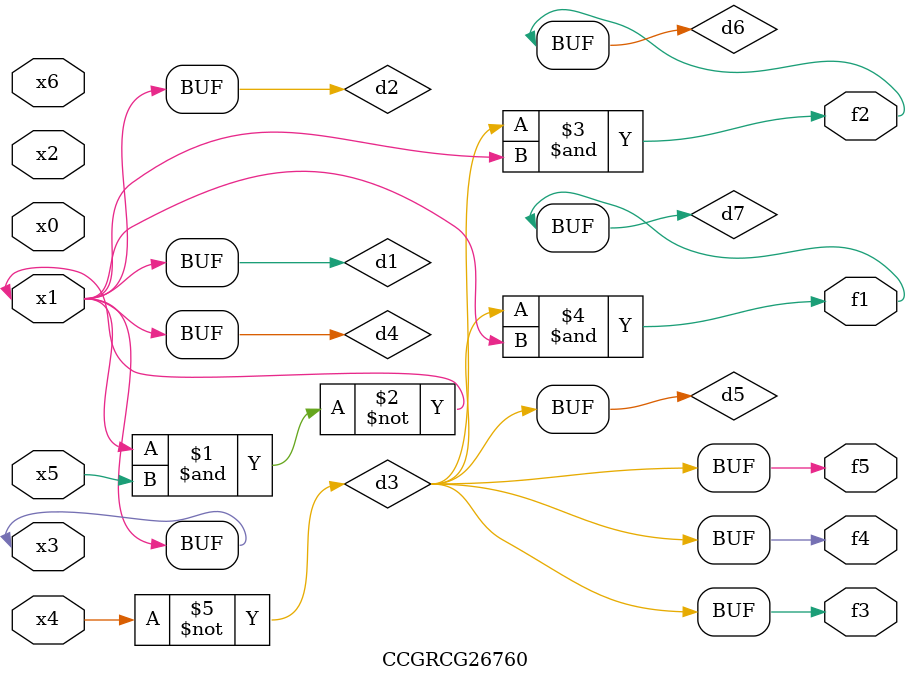
<source format=v>
module CCGRCG26760(
	input x0, x1, x2, x3, x4, x5, x6,
	output f1, f2, f3, f4, f5
);

	wire d1, d2, d3, d4, d5, d6, d7;

	buf (d1, x1, x3);
	nand (d2, x1, x5);
	not (d3, x4);
	buf (d4, d1, d2);
	buf (d5, d3);
	and (d6, d3, d4);
	and (d7, d3, d4);
	assign f1 = d7;
	assign f2 = d6;
	assign f3 = d5;
	assign f4 = d5;
	assign f5 = d5;
endmodule

</source>
